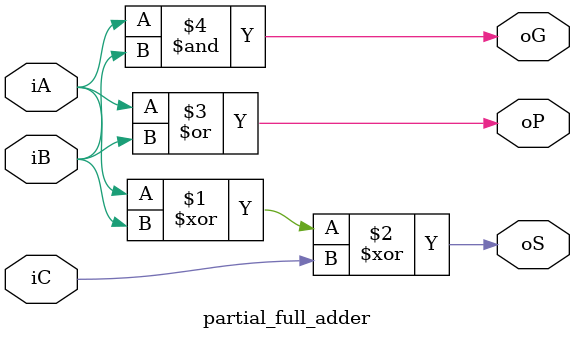
<source format=v>
`timescale 1ns / 1ps

module partial_full_adder(
    input wire iA, iB, iC,
    output wire oS, oP, oG
    );
    
    
    assign oS = (iA ^ iB) ^ (iC);
    assign oP = iA | iB;
    assign oG = iA & iB;
    
endmodule

</source>
